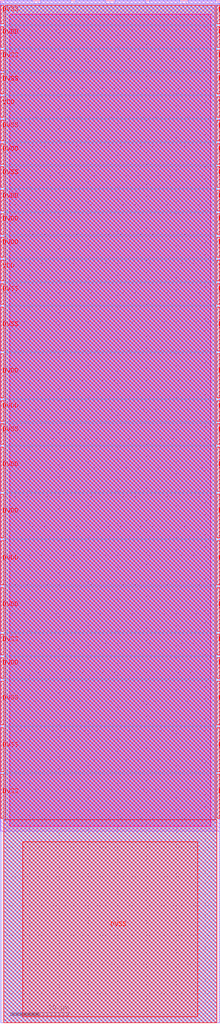
<source format=lef>
VERSION 5.7 ;
  NOWIREEXTENSIONATPIN ON ;
  DIVIDERCHAR "/" ;
  BUSBITCHARS "[]" ;
MACRO gf180mcu_ht_io_fix__dvss
  CLASS PAD POWER ;
  FOREIGN gf180mcu_ht_io_fix__dvss ;
  ORIGIN 0.000 0.000 ;
  SIZE 75.000 BY 350.000 ;
  SYMMETRY X Y R90 ;
  SITE GF_IO_Site ;
  PIN DVDD
    DIRECTION INOUT ;
    USE POWER ;
    PORT
      LAYER Metal5 ;
        RECT 74.000 118.000 75.000 125.000 ;
    END
    PORT
      LAYER Metal5 ;
        RECT 74.000 182.000 75.000 197.000 ;
    END
    PORT
      LAYER Metal5 ;
        RECT 74.000 166.000 75.000 181.000 ;
    END
    PORT
      LAYER Metal5 ;
        RECT 74.000 150.000 75.000 165.000 ;
    END
    PORT
      LAYER Metal5 ;
        RECT 74.000 134.000 75.000 149.000 ;
    END
    PORT
      LAYER Metal5 ;
        RECT 74.000 214.000 75.000 229.000 ;
    END
    PORT
      LAYER Metal5 ;
        RECT 74.000 206.000 75.000 213.000 ;
    END
    PORT
      LAYER Metal5 ;
        RECT 74.000 278.000 75.000 285.000 ;
    END
    PORT
      LAYER Metal5 ;
        RECT 74.000 270.000 75.000 277.000 ;
    END
    PORT
      LAYER Metal5 ;
        RECT 74.000 262.000 75.000 269.000 ;
    END
    PORT
      LAYER Metal5 ;
        RECT 74.000 294.000 75.000 301.000 ;
    END
    PORT
      LAYER Metal5 ;
        RECT 74.000 334.000 75.000 341.000 ;
    END
    PORT
      LAYER Metal4 ;
        RECT 74.000 118.000 75.000 125.000 ;
    END
    PORT
      LAYER Metal4 ;
        RECT 74.000 182.000 75.000 197.000 ;
    END
    PORT
      LAYER Metal4 ;
        RECT 74.000 166.000 75.000 181.000 ;
    END
    PORT
      LAYER Metal4 ;
        RECT 74.000 150.000 75.000 165.000 ;
    END
    PORT
      LAYER Metal4 ;
        RECT 74.000 134.000 75.000 149.000 ;
    END
    PORT
      LAYER Metal4 ;
        RECT 74.000 214.000 75.000 229.000 ;
    END
    PORT
      LAYER Metal4 ;
        RECT 74.000 206.000 75.000 213.000 ;
    END
    PORT
      LAYER Metal4 ;
        RECT 74.000 278.000 75.000 285.000 ;
    END
    PORT
      LAYER Metal4 ;
        RECT 74.000 270.000 75.000 277.000 ;
    END
    PORT
      LAYER Metal4 ;
        RECT 74.000 262.000 75.000 269.000 ;
    END
    PORT
      LAYER Metal4 ;
        RECT 74.000 294.000 75.000 301.000 ;
    END
    PORT
      LAYER Metal4 ;
        RECT 74.000 334.000 75.000 341.000 ;
    END
    PORT
      LAYER Metal3 ;
        RECT 74.000 118.000 75.000 125.000 ;
    END
    PORT
      LAYER Metal3 ;
        RECT 74.000 182.000 75.000 197.000 ;
    END
    PORT
      LAYER Metal3 ;
        RECT 74.000 166.000 75.000 181.000 ;
    END
    PORT
      LAYER Metal3 ;
        RECT 74.000 150.000 75.000 165.000 ;
    END
    PORT
      LAYER Metal3 ;
        RECT 74.000 134.000 75.000 149.000 ;
    END
    PORT
      LAYER Metal3 ;
        RECT 74.000 214.000 75.000 229.000 ;
    END
    PORT
      LAYER Metal3 ;
        RECT 74.000 206.000 75.000 213.000 ;
    END
    PORT
      LAYER Metal3 ;
        RECT 74.000 278.000 75.000 285.000 ;
    END
    PORT
      LAYER Metal3 ;
        RECT 74.000 270.000 75.000 277.000 ;
    END
    PORT
      LAYER Metal3 ;
        RECT 74.000 262.000 75.000 269.000 ;
    END
    PORT
      LAYER Metal3 ;
        RECT 74.000 294.000 75.000 301.000 ;
    END
    PORT
      LAYER Metal3 ;
        RECT 74.000 334.000 75.000 341.000 ;
    END
    PORT
      LAYER Metal3 ;
        RECT 0.000 334.000 1.000 341.000 ;
    END
    PORT
      LAYER Metal3 ;
        RECT 0.000 294.000 1.000 301.000 ;
    END
    PORT
      LAYER Metal3 ;
        RECT 0.000 262.000 1.000 269.000 ;
    END
    PORT
      LAYER Metal3 ;
        RECT 0.000 270.000 1.000 277.000 ;
    END
    PORT
      LAYER Metal3 ;
        RECT 0.000 278.000 1.000 285.000 ;
    END
    PORT
      LAYER Metal3 ;
        RECT 0.000 206.000 1.000 213.000 ;
    END
    PORT
      LAYER Metal3 ;
        RECT 0.000 214.000 1.000 229.000 ;
    END
    PORT
      LAYER Metal3 ;
        RECT 0.000 134.000 1.000 149.000 ;
    END
    PORT
      LAYER Metal3 ;
        RECT 0.000 150.000 1.000 165.000 ;
    END
    PORT
      LAYER Metal3 ;
        RECT 0.000 166.000 1.000 181.000 ;
    END
    PORT
      LAYER Metal3 ;
        RECT 0.000 182.000 1.000 197.000 ;
    END
    PORT
      LAYER Metal4 ;
        RECT 0.000 334.000 1.000 341.000 ;
    END
    PORT
      LAYER Metal4 ;
        RECT 0.000 294.000 1.000 301.000 ;
    END
    PORT
      LAYER Metal4 ;
        RECT 0.000 262.000 1.000 269.000 ;
    END
    PORT
      LAYER Metal4 ;
        RECT 0.000 270.000 1.000 277.000 ;
    END
    PORT
      LAYER Metal4 ;
        RECT 0.000 278.000 1.000 285.000 ;
    END
    PORT
      LAYER Metal4 ;
        RECT 0.000 206.000 1.000 213.000 ;
    END
    PORT
      LAYER Metal4 ;
        RECT 0.000 214.000 1.000 229.000 ;
    END
    PORT
      LAYER Metal4 ;
        RECT 0.000 134.000 1.000 149.000 ;
    END
    PORT
      LAYER Metal4 ;
        RECT 0.000 150.000 1.000 165.000 ;
    END
    PORT
      LAYER Metal4 ;
        RECT 0.000 166.000 1.000 181.000 ;
    END
    PORT
      LAYER Metal4 ;
        RECT 0.000 182.000 1.000 197.000 ;
    END
    PORT
      LAYER Metal5 ;
        RECT 0.000 334.000 1.000 341.000 ;
    END
    PORT
      LAYER Metal5 ;
        RECT 0.000 294.000 1.000 301.000 ;
    END
    PORT
      LAYER Metal5 ;
        RECT 0.000 262.000 1.000 269.000 ;
    END
    PORT
      LAYER Metal5 ;
        RECT 0.000 270.000 1.000 277.000 ;
    END
    PORT
      LAYER Metal5 ;
        RECT 0.000 278.000 1.000 285.000 ;
    END
    PORT
      LAYER Metal5 ;
        RECT 0.000 206.000 1.000 213.000 ;
    END
    PORT
      LAYER Metal5 ;
        RECT 0.000 214.000 1.000 229.000 ;
    END
    PORT
      LAYER Metal5 ;
        RECT 0.000 134.000 1.000 149.000 ;
    END
    PORT
      LAYER Metal5 ;
        RECT 0.000 150.000 1.000 165.000 ;
    END
    PORT
      LAYER Metal5 ;
        RECT 0.000 166.000 1.000 181.000 ;
    END
    PORT
      LAYER Metal5 ;
        RECT 0.000 182.000 1.000 197.000 ;
    END
    PORT
      LAYER Metal5 ;
        RECT 0.000 118.000 1.000 125.000 ;
    END
    PORT
      LAYER Metal4 ;
        RECT 0.000 118.000 1.000 125.000 ;
    END
    PORT
      LAYER Metal3 ;
        RECT 0.000 118.000 1.000 125.000 ;
    END
  END DVDD
  PIN DVSS
    DIRECTION INOUT ;
    USE GROUND ;
    PORT
      LAYER Metal5 ;
        RECT 7.500 2.000 67.500 62.000 ;
    END
    PORT
      LAYER Metal5 ;
        RECT 74.000 102.000 75.000 117.000 ;
    END
    PORT
      LAYER Metal5 ;
        RECT 74.000 86.000 75.000 101.000 ;
    END
    PORT
      LAYER Metal5 ;
        RECT 74.000 70.000 75.000 85.000 ;
    END
    PORT
      LAYER Metal5 ;
        RECT 74.000 126.000 75.000 133.000 ;
    END
    PORT
      LAYER Metal5 ;
        RECT 74.000 198.000 75.000 205.000 ;
    END
    PORT
      LAYER Metal5 ;
        RECT 74.000 230.000 75.000 245.000 ;
    END
    PORT
      LAYER Metal5 ;
        RECT 74.000 246.000 75.000 253.000 ;
    END
    PORT
      LAYER Metal5 ;
        RECT 74.000 286.000 75.000 293.000 ;
    END
    PORT
      LAYER Metal5 ;
        RECT 74.000 302.000 75.000 309.000 ;
    END
    PORT
      LAYER Metal5 ;
        RECT 74.000 318.000 75.000 325.000 ;
    END
    PORT
      LAYER Metal5 ;
        RECT 74.000 326.000 75.000 333.000 ;
    END
    PORT
      LAYER Metal5 ;
        RECT 74.000 342.000 75.000 348.390 ;
    END
    PORT
      LAYER Metal4 ;
        RECT 74.000 102.000 75.000 117.000 ;
    END
    PORT
      LAYER Metal4 ;
        RECT 74.000 86.000 75.000 101.000 ;
    END
    PORT
      LAYER Metal4 ;
        RECT 74.000 70.000 75.000 85.000 ;
    END
    PORT
      LAYER Metal4 ;
        RECT 74.000 126.000 75.000 133.000 ;
    END
    PORT
      LAYER Metal4 ;
        RECT 74.000 198.000 75.000 205.000 ;
    END
    PORT
      LAYER Metal4 ;
        RECT 74.000 230.000 75.000 245.000 ;
    END
    PORT
      LAYER Metal4 ;
        RECT 74.000 246.000 75.000 253.000 ;
    END
    PORT
      LAYER Metal4 ;
        RECT 74.000 286.000 75.000 293.000 ;
    END
    PORT
      LAYER Metal4 ;
        RECT 74.000 302.000 75.000 309.000 ;
    END
    PORT
      LAYER Metal4 ;
        RECT 74.000 318.000 75.000 325.000 ;
    END
    PORT
      LAYER Metal4 ;
        RECT 74.000 326.000 75.000 333.000 ;
    END
    PORT
      LAYER Metal4 ;
        RECT 74.000 342.000 75.000 348.390 ;
    END
    PORT
      LAYER Metal3 ;
        RECT 74.000 102.000 75.000 117.000 ;
    END
    PORT
      LAYER Metal3 ;
        RECT 74.000 86.000 75.000 101.000 ;
    END
    PORT
      LAYER Metal3 ;
        RECT 74.000 70.000 75.000 85.000 ;
    END
    PORT
      LAYER Metal3 ;
        RECT 74.000 126.000 75.000 133.000 ;
    END
    PORT
      LAYER Metal3 ;
        RECT 74.000 198.000 75.000 205.000 ;
    END
    PORT
      LAYER Metal3 ;
        RECT 74.000 230.000 75.000 245.000 ;
    END
    PORT
      LAYER Metal3 ;
        RECT 74.000 246.000 75.000 253.000 ;
    END
    PORT
      LAYER Metal3 ;
        RECT 74.000 286.000 75.000 293.000 ;
    END
    PORT
      LAYER Metal3 ;
        RECT 74.000 302.000 75.000 309.000 ;
    END
    PORT
      LAYER Metal3 ;
        RECT 74.000 318.000 75.000 325.000 ;
    END
    PORT
      LAYER Metal3 ;
        RECT 74.000 326.000 75.000 333.000 ;
    END
    PORT
      LAYER Metal3 ;
        RECT 74.000 342.000 75.000 348.390 ;
    END
    PORT
      LAYER Metal2 ;
        RECT 1.360 349.000 10.860 350.000 ;
    END
    PORT
      LAYER Metal2 ;
        RECT 13.760 349.000 24.010 350.000 ;
    END
    PORT
      LAYER Metal2 ;
        RECT 25.610 349.000 35.860 350.000 ;
    END
    PORT
      LAYER Metal2 ;
        RECT 39.140 349.000 49.390 350.000 ;
    END
    PORT
      LAYER Metal2 ;
        RECT 50.990 349.000 61.240 350.000 ;
    END
    PORT
      LAYER Metal3 ;
        RECT 0.000 342.000 1.000 348.390 ;
    END
    PORT
      LAYER Metal3 ;
        RECT 0.000 326.000 1.000 333.000 ;
    END
    PORT
      LAYER Metal3 ;
        RECT 0.000 318.000 1.000 325.000 ;
    END
    PORT
      LAYER Metal3 ;
        RECT 0.000 302.000 1.000 309.000 ;
    END
    PORT
      LAYER Metal3 ;
        RECT 0.000 286.000 1.000 293.000 ;
    END
    PORT
      LAYER Metal3 ;
        RECT 0.000 246.000 1.000 253.000 ;
    END
    PORT
      LAYER Metal3 ;
        RECT 0.000 230.000 1.000 245.000 ;
    END
    PORT
      LAYER Metal3 ;
        RECT 0.000 198.000 1.000 205.000 ;
    END
    PORT
      LAYER Metal3 ;
        RECT 0.000 126.000 1.000 133.000 ;
    END
    PORT
      LAYER Metal3 ;
        RECT 0.000 70.000 1.000 85.000 ;
    END
    PORT
      LAYER Metal3 ;
        RECT 0.000 86.000 1.000 101.000 ;
    END
    PORT
      LAYER Metal4 ;
        RECT 0.000 342.000 1.000 348.390 ;
    END
    PORT
      LAYER Metal4 ;
        RECT 0.000 326.000 1.000 333.000 ;
    END
    PORT
      LAYER Metal4 ;
        RECT 0.000 318.000 1.000 325.000 ;
    END
    PORT
      LAYER Metal4 ;
        RECT 0.000 302.000 1.000 309.000 ;
    END
    PORT
      LAYER Metal4 ;
        RECT 0.000 286.000 1.000 293.000 ;
    END
    PORT
      LAYER Metal4 ;
        RECT 0.000 246.000 1.000 253.000 ;
    END
    PORT
      LAYER Metal4 ;
        RECT 0.000 230.000 1.000 245.000 ;
    END
    PORT
      LAYER Metal4 ;
        RECT 0.000 198.000 1.000 205.000 ;
    END
    PORT
      LAYER Metal4 ;
        RECT 0.000 126.000 1.000 133.000 ;
    END
    PORT
      LAYER Metal4 ;
        RECT 0.000 70.000 1.000 85.000 ;
    END
    PORT
      LAYER Metal4 ;
        RECT 0.000 86.000 1.000 101.000 ;
    END
    PORT
      LAYER Metal5 ;
        RECT 0.000 342.000 1.000 348.390 ;
    END
    PORT
      LAYER Metal5 ;
        RECT 0.000 326.000 1.000 333.000 ;
    END
    PORT
      LAYER Metal5 ;
        RECT 0.000 318.000 1.000 325.000 ;
    END
    PORT
      LAYER Metal5 ;
        RECT 0.000 302.000 1.000 309.000 ;
    END
    PORT
      LAYER Metal5 ;
        RECT 0.000 286.000 1.000 293.000 ;
    END
    PORT
      LAYER Metal5 ;
        RECT 0.000 246.000 1.000 253.000 ;
    END
    PORT
      LAYER Metal5 ;
        RECT 0.000 230.000 1.000 245.000 ;
    END
    PORT
      LAYER Metal5 ;
        RECT 0.000 198.000 1.000 205.000 ;
    END
    PORT
      LAYER Metal5 ;
        RECT 0.000 126.000 1.000 133.000 ;
    END
    PORT
      LAYER Metal5 ;
        RECT 0.000 70.000 1.000 85.000 ;
    END
    PORT
      LAYER Metal5 ;
        RECT 0.000 86.000 1.000 101.000 ;
    END
    PORT
      LAYER Metal5 ;
        RECT 0.000 102.000 1.000 117.000 ;
    END
    PORT
      LAYER Metal4 ;
        RECT 0.000 102.000 1.000 117.000 ;
    END
    PORT
      LAYER Metal3 ;
        RECT 0.000 102.000 1.000 117.000 ;
    END
    PORT
      LAYER Metal2 ;
        RECT 64.140 349.000 73.640 350.000 ;
    END
  END DVSS
  PIN VDD
    DIRECTION INOUT ;
    USE POWER ;
    PORT
      LAYER Metal5 ;
        RECT 74.000 254.000 75.000 261.000 ;
    END
    PORT
      LAYER Metal5 ;
        RECT 74.000 310.000 75.000 317.000 ;
    END
    PORT
      LAYER Metal4 ;
        RECT 74.000 254.000 75.000 261.000 ;
    END
    PORT
      LAYER Metal4 ;
        RECT 74.000 310.000 75.000 317.000 ;
    END
    PORT
      LAYER Metal3 ;
        RECT 74.000 254.000 75.000 261.000 ;
    END
    PORT
      LAYER Metal3 ;
        RECT 74.000 310.000 75.000 317.000 ;
    END
    PORT
      LAYER Metal3 ;
        RECT 0.000 310.000 1.000 317.000 ;
    END
    PORT
      LAYER Metal4 ;
        RECT 0.000 310.000 1.000 317.000 ;
    END
    PORT
      LAYER Metal5 ;
        RECT 0.000 310.000 1.000 317.000 ;
    END
    PORT
      LAYER Metal5 ;
        RECT 0.000 254.000 1.000 261.000 ;
    END
    PORT
      LAYER Metal4 ;
        RECT 0.000 254.000 1.000 261.000 ;
    END
    PORT
      LAYER Metal3 ;
        RECT 0.000 254.000 1.000 261.000 ;
    END
  END VDD
  OBS
      LAYER Nwell ;
        RECT 3.060 67.195 71.940 345.275 ;
      LAYER Metal1 ;
        RECT -0.160 65.540 75.160 349.785 ;
      LAYER Metal2 ;
        RECT 0.000 348.700 1.060 349.000 ;
        RECT 11.160 348.700 13.460 349.000 ;
        RECT 24.310 348.700 25.310 349.000 ;
        RECT 36.160 348.700 38.840 349.000 ;
        RECT 49.690 348.700 50.690 349.000 ;
        RECT 61.540 348.700 63.840 349.000 ;
        RECT 73.940 348.700 75.000 349.000 ;
        RECT 0.000 0.000 75.000 348.700 ;
      LAYER Metal3 ;
        RECT 1.300 341.700 73.700 348.390 ;
        RECT 1.000 341.300 74.000 341.700 ;
        RECT 1.300 333.700 73.700 341.300 ;
        RECT 1.000 333.300 74.000 333.700 ;
        RECT 1.300 325.700 73.700 333.300 ;
        RECT 1.000 325.300 74.000 325.700 ;
        RECT 1.300 317.700 73.700 325.300 ;
        RECT 1.000 317.300 74.000 317.700 ;
        RECT 1.300 309.700 73.700 317.300 ;
        RECT 1.000 309.300 74.000 309.700 ;
        RECT 1.300 301.700 73.700 309.300 ;
        RECT 1.000 301.300 74.000 301.700 ;
        RECT 1.300 293.700 73.700 301.300 ;
        RECT 1.000 293.300 74.000 293.700 ;
        RECT 1.300 285.700 73.700 293.300 ;
        RECT 1.000 285.300 74.000 285.700 ;
        RECT 1.300 277.700 73.700 285.300 ;
        RECT 1.000 277.300 74.000 277.700 ;
        RECT 1.300 269.700 73.700 277.300 ;
        RECT 1.000 269.300 74.000 269.700 ;
        RECT 1.300 261.700 73.700 269.300 ;
        RECT 1.000 261.300 74.000 261.700 ;
        RECT 1.300 253.700 73.700 261.300 ;
        RECT 1.000 253.300 74.000 253.700 ;
        RECT 1.300 245.700 73.700 253.300 ;
        RECT 1.000 245.300 74.000 245.700 ;
        RECT 1.300 229.700 73.700 245.300 ;
        RECT 1.000 229.300 74.000 229.700 ;
        RECT 1.300 213.700 73.700 229.300 ;
        RECT 1.000 213.300 74.000 213.700 ;
        RECT 1.300 205.700 73.700 213.300 ;
        RECT 1.000 205.300 74.000 205.700 ;
        RECT 1.300 197.700 73.700 205.300 ;
        RECT 1.000 197.300 74.000 197.700 ;
        RECT 1.300 181.700 73.700 197.300 ;
        RECT 1.000 181.300 74.000 181.700 ;
        RECT 1.300 165.700 73.700 181.300 ;
        RECT 1.000 165.300 74.000 165.700 ;
        RECT 1.300 149.700 73.700 165.300 ;
        RECT 1.000 149.300 74.000 149.700 ;
        RECT 1.300 133.700 73.700 149.300 ;
        RECT 1.000 133.300 74.000 133.700 ;
        RECT 1.300 125.700 73.700 133.300 ;
        RECT 1.000 125.300 74.000 125.700 ;
        RECT 1.300 117.700 73.700 125.300 ;
        RECT 1.000 117.300 74.000 117.700 ;
        RECT 1.300 101.700 73.700 117.300 ;
        RECT 1.000 101.300 74.000 101.700 ;
        RECT 1.300 85.700 73.700 101.300 ;
        RECT 1.000 85.300 74.000 85.700 ;
        RECT 1.300 69.700 73.700 85.300 ;
        RECT 1.000 0.000 74.000 69.700 ;
      LAYER Metal4 ;
        RECT 1.300 341.700 73.700 348.390 ;
        RECT 1.000 341.300 74.000 341.700 ;
        RECT 1.300 333.700 73.700 341.300 ;
        RECT 1.000 333.300 74.000 333.700 ;
        RECT 1.300 325.700 73.700 333.300 ;
        RECT 1.000 325.300 74.000 325.700 ;
        RECT 1.300 317.700 73.700 325.300 ;
        RECT 1.000 317.300 74.000 317.700 ;
        RECT 1.300 309.700 73.700 317.300 ;
        RECT 1.000 309.300 74.000 309.700 ;
        RECT 1.300 301.700 73.700 309.300 ;
        RECT 1.000 301.300 74.000 301.700 ;
        RECT 1.300 293.700 73.700 301.300 ;
        RECT 1.000 293.300 74.000 293.700 ;
        RECT 1.300 285.700 73.700 293.300 ;
        RECT 1.000 285.300 74.000 285.700 ;
        RECT 1.300 277.700 73.700 285.300 ;
        RECT 1.000 277.300 74.000 277.700 ;
        RECT 1.300 269.700 73.700 277.300 ;
        RECT 1.000 269.300 74.000 269.700 ;
        RECT 1.300 261.700 73.700 269.300 ;
        RECT 1.000 261.300 74.000 261.700 ;
        RECT 1.300 253.700 73.700 261.300 ;
        RECT 1.000 253.300 74.000 253.700 ;
        RECT 1.300 245.700 73.700 253.300 ;
        RECT 1.000 245.300 74.000 245.700 ;
        RECT 1.300 229.700 73.700 245.300 ;
        RECT 1.000 229.300 74.000 229.700 ;
        RECT 1.300 213.700 73.700 229.300 ;
        RECT 1.000 213.300 74.000 213.700 ;
        RECT 1.300 205.700 73.700 213.300 ;
        RECT 1.000 205.300 74.000 205.700 ;
        RECT 1.300 197.700 73.700 205.300 ;
        RECT 1.000 197.300 74.000 197.700 ;
        RECT 1.300 181.700 73.700 197.300 ;
        RECT 1.000 181.300 74.000 181.700 ;
        RECT 1.300 165.700 73.700 181.300 ;
        RECT 1.000 165.300 74.000 165.700 ;
        RECT 1.300 149.700 73.700 165.300 ;
        RECT 1.000 149.300 74.000 149.700 ;
        RECT 1.300 133.700 73.700 149.300 ;
        RECT 1.000 133.300 74.000 133.700 ;
        RECT 1.300 125.700 73.700 133.300 ;
        RECT 1.000 125.300 74.000 125.700 ;
        RECT 1.300 117.700 73.700 125.300 ;
        RECT 1.000 117.300 74.000 117.700 ;
        RECT 1.300 101.700 73.700 117.300 ;
        RECT 1.000 101.300 74.000 101.700 ;
        RECT 1.300 85.700 73.700 101.300 ;
        RECT 1.000 85.300 74.000 85.700 ;
        RECT 1.300 69.700 73.700 85.300 ;
        RECT 1.000 0.000 74.000 69.700 ;
      LAYER Metal5 ;
        RECT 1.500 69.500 73.500 348.390 ;
        RECT 1.000 0.000 74.000 69.500 ;
  END
END gf180mcu_ht_io_fix__dvss
END LIBRARY


</source>
